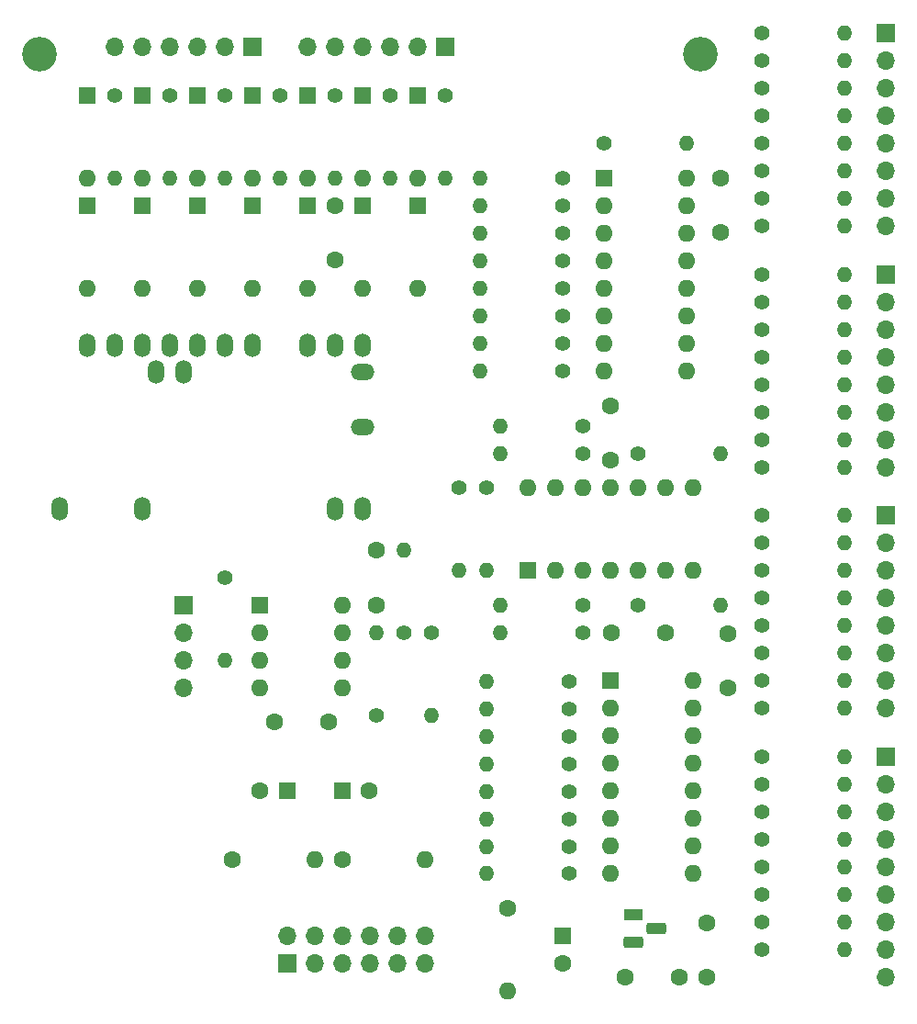
<source format=gbr>
%TF.GenerationSoftware,KiCad,Pcbnew,7.0.10*%
%TF.CreationDate,2024-11-13T09:03:05+00:00*%
%TF.ProjectId,CellularAutomaton-R,43656c6c-756c-4617-9241-75746f6d6174,rev?*%
%TF.SameCoordinates,Original*%
%TF.FileFunction,Soldermask,Top*%
%TF.FilePolarity,Negative*%
%FSLAX46Y46*%
G04 Gerber Fmt 4.6, Leading zero omitted, Abs format (unit mm)*
G04 Created by KiCad (PCBNEW 7.0.10) date 2024-11-13 09:03:05*
%MOMM*%
%LPD*%
G01*
G04 APERTURE LIST*
G04 Aperture macros list*
%AMRoundRect*
0 Rectangle with rounded corners*
0 $1 Rounding radius*
0 $2 $3 $4 $5 $6 $7 $8 $9 X,Y pos of 4 corners*
0 Add a 4 corners polygon primitive as box body*
4,1,4,$2,$3,$4,$5,$6,$7,$8,$9,$2,$3,0*
0 Add four circle primitives for the rounded corners*
1,1,$1+$1,$2,$3*
1,1,$1+$1,$4,$5*
1,1,$1+$1,$6,$7*
1,1,$1+$1,$8,$9*
0 Add four rect primitives between the rounded corners*
20,1,$1+$1,$2,$3,$4,$5,0*
20,1,$1+$1,$4,$5,$6,$7,0*
20,1,$1+$1,$6,$7,$8,$9,0*
20,1,$1+$1,$8,$9,$2,$3,0*%
G04 Aperture macros list end*
%ADD10R,1.600000X1.600000*%
%ADD11O,1.600000X1.600000*%
%ADD12C,1.400000*%
%ADD13O,1.400000X1.400000*%
%ADD14C,1.600000*%
%ADD15R,1.700000X1.700000*%
%ADD16O,1.700000X1.700000*%
%ADD17C,3.200000*%
%ADD18R,1.800000X1.100000*%
%ADD19RoundRect,0.275000X-0.625000X0.275000X-0.625000X-0.275000X0.625000X-0.275000X0.625000X0.275000X0*%
%ADD20O,1.500000X2.200000*%
%ADD21O,2.200000X1.500000*%
G04 APERTURE END LIST*
D10*
%TO.C,D12*%
X126365000Y-66040000D03*
D11*
X126365000Y-73660000D03*
%TD*%
D12*
%TO.C,R10*%
X183515000Y-74930000D03*
D13*
X191135000Y-74930000D03*
%TD*%
D12*
%TO.C,R43*%
X165100000Y-68620000D03*
D13*
X157480000Y-68620000D03*
%TD*%
D12*
%TO.C,R38*%
X183515000Y-107315000D03*
D13*
X191135000Y-107315000D03*
%TD*%
D12*
%TO.C,R27*%
X183515000Y-55245000D03*
D13*
X191135000Y-55245000D03*
%TD*%
D10*
%TO.C,D14*%
X121285000Y-66040000D03*
D11*
X121285000Y-73660000D03*
%TD*%
D12*
%TO.C,R45*%
X165100000Y-73700000D03*
D13*
X157480000Y-73700000D03*
%TD*%
D12*
%TO.C,R63*%
X167005000Y-105410000D03*
D13*
X159385000Y-105410000D03*
%TD*%
D14*
%TO.C,FB1*%
X144780000Y-126365000D03*
D11*
X152400000Y-126365000D03*
%TD*%
D15*
%TO.C,J15*%
X194945000Y-94615000D03*
D16*
X194945000Y-97155000D03*
X194945000Y-99695000D03*
X194945000Y-102235000D03*
X194945000Y-104775000D03*
X194945000Y-107315000D03*
X194945000Y-109855000D03*
X194945000Y-112395000D03*
%TD*%
D12*
%TO.C,R22*%
X183515000Y-129530000D03*
D13*
X191135000Y-129530000D03*
%TD*%
D10*
%TO.C,U3*%
X161925000Y-99695000D03*
D11*
X164465000Y-99695000D03*
X167005000Y-99695000D03*
X169545000Y-99695000D03*
X172085000Y-99695000D03*
X174625000Y-99695000D03*
X177165000Y-99695000D03*
X177165000Y-92075000D03*
X174625000Y-92075000D03*
X172085000Y-92075000D03*
X169545000Y-92075000D03*
X167005000Y-92075000D03*
X164465000Y-92075000D03*
X161925000Y-92075000D03*
%TD*%
D12*
%TO.C,R17*%
X183515000Y-116830000D03*
D13*
X191135000Y-116830000D03*
%TD*%
D12*
%TO.C,R61*%
X172085000Y-102870000D03*
D13*
X179705000Y-102870000D03*
%TD*%
D12*
%TO.C,R16*%
X183515000Y-90170000D03*
D13*
X191135000Y-90170000D03*
%TD*%
D12*
%TO.C,R2*%
X149225000Y-55880000D03*
D13*
X149225000Y-63500000D03*
%TD*%
D12*
%TO.C,R34*%
X183515000Y-97155000D03*
D13*
X191135000Y-97155000D03*
%TD*%
D12*
%TO.C,R49*%
X172085000Y-88900000D03*
D13*
X179705000Y-88900000D03*
%TD*%
D10*
%TO.C,C2*%
X165100000Y-133390000D03*
D14*
X165100000Y-135890000D03*
%TD*%
D10*
%TO.C,D7*%
X136525000Y-55880000D03*
D11*
X136525000Y-63500000D03*
%TD*%
D12*
%TO.C,R6*%
X128905000Y-55880000D03*
D13*
X128905000Y-63500000D03*
%TD*%
D12*
%TO.C,R64*%
X150495000Y-105410000D03*
D13*
X150495000Y-97790000D03*
%TD*%
D12*
%TO.C,R57*%
X165735000Y-120025000D03*
D13*
X158115000Y-120025000D03*
%TD*%
D12*
%TO.C,R5*%
X133985000Y-55880000D03*
D13*
X133985000Y-63500000D03*
%TD*%
D12*
%TO.C,R20*%
X183515000Y-124450000D03*
D13*
X191135000Y-124450000D03*
%TD*%
D12*
%TO.C,R31*%
X183515000Y-65405000D03*
D13*
X191135000Y-65405000D03*
%TD*%
D15*
%TO.C,J9*%
X154305000Y-51435000D03*
D16*
X151765000Y-51435000D03*
X149225000Y-51435000D03*
X146685000Y-51435000D03*
X144145000Y-51435000D03*
X141605000Y-51435000D03*
%TD*%
D17*
%TO.C,REF\u002A\u002A*%
X116840000Y-52070000D03*
%TD*%
D12*
%TO.C,R40*%
X183515000Y-112395000D03*
D13*
X191135000Y-112395000D03*
%TD*%
D12*
%TO.C,R47*%
X165100000Y-78780000D03*
D13*
X157480000Y-78780000D03*
%TD*%
D10*
%TO.C,D9*%
X131445000Y-55880000D03*
D11*
X131445000Y-63500000D03*
%TD*%
D12*
%TO.C,R66*%
X153035000Y-105410000D03*
D13*
X153035000Y-113030000D03*
%TD*%
D10*
%TO.C,D6*%
X141605000Y-66040000D03*
D11*
X141605000Y-73660000D03*
%TD*%
D10*
%TO.C,D4*%
X146685000Y-66040000D03*
D11*
X146685000Y-73660000D03*
%TD*%
D15*
%TO.C,J10*%
X136525000Y-51435000D03*
D16*
X133985000Y-51435000D03*
X131445000Y-51435000D03*
X128905000Y-51435000D03*
X126365000Y-51435000D03*
X123825000Y-51435000D03*
%TD*%
D10*
%TO.C,U4*%
X137160000Y-102870000D03*
D11*
X137160000Y-105410000D03*
X137160000Y-107950000D03*
X137160000Y-110490000D03*
X144780000Y-110490000D03*
X144780000Y-107950000D03*
X144780000Y-105410000D03*
X144780000Y-102870000D03*
%TD*%
D12*
%TO.C,R32*%
X183515000Y-67945000D03*
D13*
X191135000Y-67945000D03*
%TD*%
D12*
%TO.C,R8*%
X168910000Y-60325000D03*
D13*
X176530000Y-60325000D03*
%TD*%
D14*
%TO.C,C11*%
X178435000Y-137160000D03*
X178435000Y-132160000D03*
%TD*%
D12*
%TO.C,R65*%
X155575000Y-92075000D03*
D13*
X155575000Y-99695000D03*
%TD*%
D12*
%TO.C,R25*%
X183515000Y-50165000D03*
D13*
X191135000Y-50165000D03*
%TD*%
D12*
%TO.C,R4*%
X139065000Y-55880000D03*
D13*
X139065000Y-63500000D03*
%TD*%
D12*
%TO.C,R7*%
X123825000Y-55880000D03*
D13*
X123825000Y-63500000D03*
%TD*%
D10*
%TO.C,D8*%
X136525000Y-66040000D03*
D11*
X136525000Y-73660000D03*
%TD*%
D10*
%TO.C,D3*%
X146685000Y-55880000D03*
D11*
X146685000Y-63500000D03*
%TD*%
D12*
%TO.C,R21*%
X183515000Y-126990000D03*
D13*
X191135000Y-126990000D03*
%TD*%
D10*
%TO.C,U2*%
X169505000Y-109855000D03*
D11*
X169505000Y-112395000D03*
X169505000Y-114935000D03*
X169505000Y-117475000D03*
X169505000Y-120015000D03*
X169505000Y-122555000D03*
X169505000Y-125095000D03*
X169505000Y-127635000D03*
X177125000Y-127635000D03*
X177125000Y-125095000D03*
X177125000Y-122555000D03*
X177125000Y-120015000D03*
X177125000Y-117475000D03*
X177125000Y-114935000D03*
X177125000Y-112395000D03*
X177125000Y-109855000D03*
%TD*%
D12*
%TO.C,R62*%
X167005000Y-102870000D03*
D13*
X159385000Y-102870000D03*
%TD*%
D12*
%TO.C,R11*%
X183515000Y-77470000D03*
D13*
X191135000Y-77470000D03*
%TD*%
D12*
%TO.C,R54*%
X165735000Y-112405000D03*
D13*
X158115000Y-112405000D03*
%TD*%
D12*
%TO.C,R68*%
X133985000Y-100290000D03*
D13*
X133985000Y-107910000D03*
%TD*%
D10*
%TO.C,D5*%
X141605000Y-55880000D03*
D11*
X141605000Y-63500000D03*
%TD*%
D12*
%TO.C,R37*%
X183515000Y-104775000D03*
D13*
X191135000Y-104775000D03*
%TD*%
D12*
%TO.C,R26*%
X183515000Y-52705000D03*
D13*
X191135000Y-52705000D03*
%TD*%
D12*
%TO.C,R59*%
X165735000Y-125105000D03*
D13*
X158115000Y-125105000D03*
%TD*%
D14*
%TO.C,C10*%
X175855000Y-137160000D03*
X170855000Y-137160000D03*
%TD*%
D15*
%TO.C,J13*%
X130175000Y-102840000D03*
D16*
X130175000Y-105380000D03*
X130175000Y-107920000D03*
X130175000Y-110460000D03*
%TD*%
D12*
%TO.C,R36*%
X183515000Y-102235000D03*
D13*
X191135000Y-102235000D03*
%TD*%
D12*
%TO.C,R13*%
X183515000Y-82550000D03*
D13*
X191135000Y-82550000D03*
%TD*%
D10*
%TO.C,C3*%
X139700000Y-120015000D03*
D14*
X137200000Y-120015000D03*
%TD*%
D10*
%TO.C,D2*%
X151765000Y-66040000D03*
D11*
X151765000Y-73660000D03*
%TD*%
D12*
%TO.C,R50*%
X167005000Y-88900000D03*
D13*
X159385000Y-88900000D03*
%TD*%
D10*
%TO.C,D11*%
X126365000Y-55880000D03*
D11*
X126365000Y-63500000D03*
%TD*%
D14*
%TO.C,C8*%
X169625000Y-105410000D03*
X174625000Y-105410000D03*
%TD*%
D12*
%TO.C,R56*%
X165735000Y-117485000D03*
D13*
X158115000Y-117485000D03*
%TD*%
D12*
%TO.C,R42*%
X165100000Y-66080000D03*
D13*
X157480000Y-66080000D03*
%TD*%
D12*
%TO.C,R44*%
X165100000Y-71160000D03*
D13*
X157480000Y-71160000D03*
%TD*%
D12*
%TO.C,R39*%
X183515000Y-109855000D03*
D13*
X191135000Y-109855000D03*
%TD*%
D17*
%TO.C,REF\u002A\u002A*%
X177800000Y-52070000D03*
%TD*%
D18*
%TO.C,U5*%
X171685000Y-131445000D03*
D19*
X173755000Y-132715000D03*
X171685000Y-133985000D03*
%TD*%
D10*
%TO.C,D10*%
X131445000Y-66040000D03*
D11*
X131445000Y-73660000D03*
%TD*%
D15*
%TO.C,J12*%
X194945000Y-116840000D03*
D16*
X194945000Y-119380000D03*
X194945000Y-121920000D03*
X194945000Y-124460000D03*
X194945000Y-127000000D03*
X194945000Y-129540000D03*
X194945000Y-132080000D03*
X194945000Y-134620000D03*
X194945000Y-137160000D03*
%TD*%
D12*
%TO.C,R48*%
X165100000Y-81320000D03*
D13*
X157480000Y-81320000D03*
%TD*%
D12*
%TO.C,R55*%
X165735000Y-114945000D03*
D13*
X158115000Y-114945000D03*
%TD*%
D12*
%TO.C,R3*%
X144145000Y-55880000D03*
D13*
X144145000Y-63500000D03*
%TD*%
D14*
%TO.C,C9*%
X169545000Y-89495000D03*
X169545000Y-84495000D03*
%TD*%
D12*
%TO.C,R19*%
X183515000Y-121910000D03*
D13*
X191135000Y-121910000D03*
%TD*%
D12*
%TO.C,R35*%
X183515000Y-99695000D03*
D13*
X191135000Y-99695000D03*
%TD*%
D14*
%TO.C,C7*%
X138510000Y-113665000D03*
X143510000Y-113665000D03*
%TD*%
D15*
%TO.C,J14*%
X194945000Y-50165000D03*
D16*
X194945000Y-52705000D03*
X194945000Y-55245000D03*
X194945000Y-57785000D03*
X194945000Y-60325000D03*
X194945000Y-62865000D03*
X194945000Y-65405000D03*
X194945000Y-67945000D03*
%TD*%
D12*
%TO.C,R53*%
X165735000Y-109865000D03*
D13*
X158115000Y-109865000D03*
%TD*%
D12*
%TO.C,R41*%
X165100000Y-63540000D03*
D13*
X157480000Y-63540000D03*
%TD*%
D12*
%TO.C,R23*%
X183515000Y-132070000D03*
D13*
X191135000Y-132070000D03*
%TD*%
D14*
%TO.C,FB2*%
X160020000Y-130810000D03*
D11*
X160020000Y-138430000D03*
%TD*%
D12*
%TO.C,R24*%
X183515000Y-134610000D03*
D13*
X191135000Y-134610000D03*
%TD*%
D12*
%TO.C,R46*%
X165100000Y-76240000D03*
D13*
X157480000Y-76240000D03*
%TD*%
D14*
%TO.C,C12*%
X144145000Y-71040000D03*
X144145000Y-66040000D03*
%TD*%
D12*
%TO.C,R60*%
X165735000Y-127635000D03*
D13*
X158115000Y-127635000D03*
%TD*%
D12*
%TO.C,R15*%
X183515000Y-87630000D03*
D13*
X191135000Y-87630000D03*
%TD*%
D10*
%TO.C,C1*%
X144780000Y-120015000D03*
D14*
X147280000Y-120015000D03*
%TD*%
%TO.C,C6*%
X147955000Y-102830000D03*
X147955000Y-97830000D03*
%TD*%
D12*
%TO.C,R52*%
X158115000Y-92075000D03*
D13*
X158115000Y-99695000D03*
%TD*%
D10*
%TO.C,U1*%
X168910000Y-63540000D03*
D11*
X168910000Y-66080000D03*
X168910000Y-68620000D03*
X168910000Y-71160000D03*
X168910000Y-73700000D03*
X168910000Y-76240000D03*
X168910000Y-78780000D03*
X168910000Y-81320000D03*
X176530000Y-81320000D03*
X176530000Y-78780000D03*
X176530000Y-76240000D03*
X176530000Y-73700000D03*
X176530000Y-71160000D03*
X176530000Y-68620000D03*
X176530000Y-66080000D03*
X176530000Y-63540000D03*
%TD*%
D12*
%TO.C,R14*%
X183515000Y-85090000D03*
D13*
X191135000Y-85090000D03*
%TD*%
D12*
%TO.C,R18*%
X183515000Y-119370000D03*
D13*
X191135000Y-119370000D03*
%TD*%
D14*
%TO.C,FB3*%
X134620000Y-126365000D03*
D11*
X142240000Y-126365000D03*
%TD*%
D12*
%TO.C,R12*%
X183515000Y-80010000D03*
D13*
X191135000Y-80010000D03*
%TD*%
D15*
%TO.C,J16*%
X139700000Y-135890000D03*
D16*
X139700000Y-133350000D03*
X142240000Y-135890000D03*
X142240000Y-133350000D03*
X144780000Y-135890000D03*
X144780000Y-133350000D03*
X147320000Y-135890000D03*
X147320000Y-133350000D03*
X149860000Y-135890000D03*
X149860000Y-133350000D03*
X152400000Y-135890000D03*
X152400000Y-133350000D03*
%TD*%
D10*
%TO.C,D13*%
X121285000Y-55880000D03*
D11*
X121285000Y-63500000D03*
%TD*%
D10*
%TO.C,D1*%
X151765000Y-55880000D03*
D11*
X151765000Y-63500000D03*
%TD*%
D12*
%TO.C,R58*%
X165735000Y-122565000D03*
D13*
X158115000Y-122565000D03*
%TD*%
D12*
%TO.C,R33*%
X183515000Y-94615000D03*
D13*
X191135000Y-94615000D03*
%TD*%
D20*
%TO.C,A1*%
X118745000Y-93980000D03*
X126365000Y-93980000D03*
X144145000Y-93980000D03*
X146685000Y-93980000D03*
X146685000Y-78940000D03*
X144145000Y-78940000D03*
X141605000Y-78940000D03*
X136525000Y-78940000D03*
X133985000Y-78940000D03*
X131445000Y-78940000D03*
X128905000Y-78940000D03*
X126365000Y-78940000D03*
X123825000Y-78940000D03*
X121285000Y-78940000D03*
X127635000Y-81380000D03*
X130175000Y-81380000D03*
D21*
X146685000Y-81380000D03*
X146685000Y-86460000D03*
%TD*%
D12*
%TO.C,R1*%
X154305000Y-55880000D03*
D13*
X154305000Y-63500000D03*
%TD*%
D12*
%TO.C,R28*%
X183515000Y-57785000D03*
D13*
X191135000Y-57785000D03*
%TD*%
D12*
%TO.C,R29*%
X183515000Y-60325000D03*
D13*
X191135000Y-60325000D03*
%TD*%
D12*
%TO.C,R9*%
X183515000Y-72390000D03*
D13*
X191135000Y-72390000D03*
%TD*%
D12*
%TO.C,R30*%
X183515000Y-62865000D03*
D13*
X191135000Y-62865000D03*
%TD*%
D14*
%TO.C,C4*%
X179705000Y-63500000D03*
X179705000Y-68500000D03*
%TD*%
D12*
%TO.C,R67*%
X147955000Y-113030000D03*
D13*
X147955000Y-105410000D03*
%TD*%
D12*
%TO.C,R51*%
X167005000Y-86360000D03*
D13*
X159385000Y-86360000D03*
%TD*%
D15*
%TO.C,J11*%
X194945000Y-72390000D03*
D16*
X194945000Y-74930000D03*
X194945000Y-77470000D03*
X194945000Y-80010000D03*
X194945000Y-82550000D03*
X194945000Y-85090000D03*
X194945000Y-87630000D03*
X194945000Y-90170000D03*
%TD*%
D14*
%TO.C,C5*%
X180340000Y-110490000D03*
X180340000Y-105490000D03*
%TD*%
M02*

</source>
